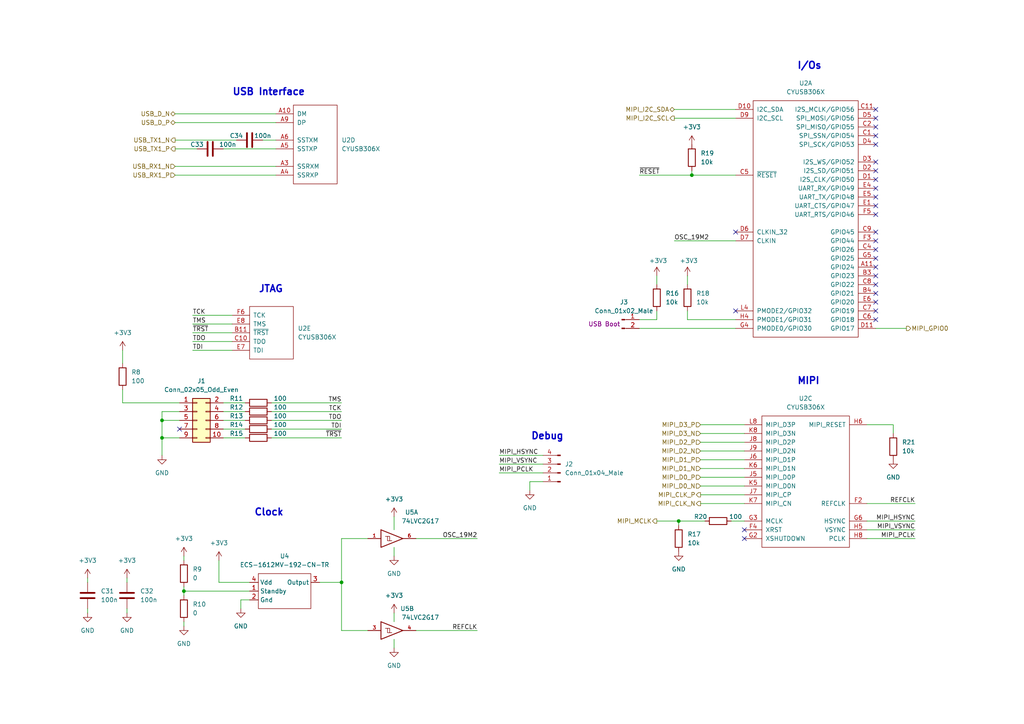
<source format=kicad_sch>
(kicad_sch (version 20211123) (generator eeschema)
  (paper "A4")
  (lib_symbols
    (symbol "74xGxx:74LVC2G17" (pin_names (offset 1.016))
      (property "Reference" "U" (at -2.54 3.81 0))
      (property "Value" "74LVC2G17" (at 0 -3.81 0))
      (symbol "74LVC2G17_0_1"
        (polyline (pts (xy -1.905 0.635) (xy -1.27 0.635) (xy -1.27 -0.635)))
        (polyline (pts (xy -3.81 2.54) (xy -3.81 -2.54) (xy 2.54 0) (xy -3.81 2.54)) (stroke (width 0.254)))
        (polyline (pts (xy -2.54 0.635) (xy -1.905 0.635) (xy -1.905 -0.635) (xy -0.635 -0.635)))
        (pin power_in line (at 0 -2.54 270) (length 0) hide (name "GND") (number "2"))
        (pin power_in line (at 0 2.54 90) (length 0) hide (name "VCC") (number "5"))
      )
      (symbol "74LVC2G17_1_1"
        (pin input line (at -7.62 0 0) (length 3.81) (name "~") (number "1"))
        (pin output line (at 6.35 0 180) (length 3.81) (name "~") (number "6"))
      )
      (symbol "74LVC2G17_2_1"
        (pin input line (at -7.62 0 0) (length 3.81) (name "~") (number "3"))
        (pin output line (at 6.35 0 180) (length 3.81) (name "~") (number "4"))
      )
    )
    (symbol "Connector:Conn_01x02_Male" (pin_names (offset 1.016) hide)
      (property "Reference" "J" (at 0 2.54 0))
      (property "Value" "Conn_01x02_Male" (at 0 -5.08 0))
      (symbol "Conn_01x02_Male_1_1"
        (polyline (pts (xy 1.27 -2.54) (xy 0.8636 -2.54)) (stroke (width 0.1524)))
        (polyline (pts (xy 1.27 0) (xy 0.8636 0)) (stroke (width 0.1524)))
        (rectangle (start 0.8636 -2.413) (end 0 -2.667) (stroke (width 0.1524)) (fill (type outline)))
        (rectangle (start 0.8636 0.127) (end 0 -0.127) (stroke (width 0.1524)) (fill (type outline)))
        (pin passive line (at 5.08 0 180) (length 3.81) (name "Pin_1") (number "1"))
        (pin passive line (at 5.08 -2.54 180) (length 3.81) (name "Pin_2") (number "2"))
      )
    )
    (symbol "Connector:Conn_01x04_Male" (pin_names (offset 1.016) hide)
      (property "Reference" "J" (at 0 5.08 0))
      (property "Value" "Conn_01x04_Male" (at 0 -7.62 0))
      (symbol "Conn_01x04_Male_1_1"
        (polyline (pts (xy 1.27 -5.08) (xy 0.8636 -5.08)) (stroke (width 0.1524)))
        (polyline (pts (xy 1.27 -2.54) (xy 0.8636 -2.54)) (stroke (width 0.1524)))
        (polyline (pts (xy 1.27 0) (xy 0.8636 0)) (stroke (width 0.1524)))
        (polyline (pts (xy 1.27 2.54) (xy 0.8636 2.54)) (stroke (width 0.1524)))
        (rectangle (start 0.8636 -4.953) (end 0 -5.207) (stroke (width 0.1524)) (fill (type outline)))
        (rectangle (start 0.8636 -2.413) (end 0 -2.667) (stroke (width 0.1524)) (fill (type outline)))
        (rectangle (start 0.8636 0.127) (end 0 -0.127) (stroke (width 0.1524)) (fill (type outline)))
        (rectangle (start 0.8636 2.667) (end 0 2.413) (stroke (width 0.1524)) (fill (type outline)))
        (pin passive line (at 5.08 2.54 180) (length 3.81) (name "Pin_1") (number "1"))
        (pin passive line (at 5.08 0 180) (length 3.81) (name "Pin_2") (number "2"))
        (pin passive line (at 5.08 -2.54 180) (length 3.81) (name "Pin_3") (number "3"))
        (pin passive line (at 5.08 -5.08 180) (length 3.81) (name "Pin_4") (number "4"))
      )
    )
    (symbol "Connector_Generic:Conn_02x05_Odd_Even" (pin_names (offset 1.016) hide)
      (property "Reference" "J" (at 1.27 7.62 0))
      (property "Value" "Conn_02x05_Odd_Even" (at 1.27 -7.62 0))
      (symbol "Conn_02x05_Odd_Even_1_1"
        (rectangle (start -1.27 -4.953) (end 0 -5.207) (stroke (width 0.1524)))
        (rectangle (start -1.27 -2.413) (end 0 -2.667) (stroke (width 0.1524)))
        (rectangle (start -1.27 0.127) (end 0 -0.127) (stroke (width 0.1524)))
        (rectangle (start -1.27 2.667) (end 0 2.413) (stroke (width 0.1524)))
        (rectangle (start -1.27 5.207) (end 0 4.953) (stroke (width 0.1524)))
        (rectangle (start -1.27 6.35) (end 3.81 -6.35) (stroke (width 0.254)) (fill (type background)))
        (rectangle (start 3.81 -4.953) (end 2.54 -5.207) (stroke (width 0.1524)))
        (rectangle (start 3.81 -2.413) (end 2.54 -2.667) (stroke (width 0.1524)))
        (rectangle (start 3.81 0.127) (end 2.54 -0.127) (stroke (width 0.1524)))
        (rectangle (start 3.81 2.667) (end 2.54 2.413) (stroke (width 0.1524)))
        (rectangle (start 3.81 5.207) (end 2.54 4.953) (stroke (width 0.1524)))
        (pin passive line (at -5.08 5.08 0) (length 3.81) (name "Pin_1") (number "1"))
        (pin passive line (at 7.62 -5.08 180) (length 3.81) (name "Pin_10") (number "10"))
        (pin passive line (at 7.62 5.08 180) (length 3.81) (name "Pin_2") (number "2"))
        (pin passive line (at -5.08 2.54 0) (length 3.81) (name "Pin_3") (number "3"))
        (pin passive line (at 7.62 2.54 180) (length 3.81) (name "Pin_4") (number "4"))
        (pin passive line (at -5.08 0 0) (length 3.81) (name "Pin_5") (number "5"))
        (pin passive line (at 7.62 0 180) (length 3.81) (name "Pin_6") (number "6"))
        (pin passive line (at -5.08 -2.54 0) (length 3.81) (name "Pin_7") (number "7"))
        (pin passive line (at 7.62 -2.54 180) (length 3.81) (name "Pin_8") (number "8"))
        (pin passive line (at -5.08 -5.08 0) (length 3.81) (name "Pin_9") (number "9"))
      )
    )
    (symbol "Device:C" (pin_numbers hide) (pin_names (offset 0.254))
      (property "Reference" "C" (at 0.635 2.54 0))
      (property "Value" "C" (at 0.635 -2.54 0))
      (symbol "C_0_1"
        (polyline (pts (xy -2.032 -0.762) (xy 2.032 -0.762)) (stroke (width 0.508)))
        (polyline (pts (xy -2.032 0.762) (xy 2.032 0.762)) (stroke (width 0.508)))
      )
      (symbol "C_1_1"
        (pin passive line (at 0 3.81 270) (length 2.794) (name "~") (number "1"))
        (pin passive line (at 0 -3.81 90) (length 2.794) (name "~") (number "2"))
      )
    )
    (symbol "Device:R" (pin_numbers hide) (pin_names (offset 0))
      (property "Reference" "R" (at 2.032 0 90))
      (property "Value" "R" (at 0 0 90))
      (symbol "R_0_1"
        (rectangle (start -1.016 -2.54) (end 1.016 2.54) (stroke (width 0.254)))
      )
      (symbol "R_1_1"
        (pin passive line (at 0 3.81 270) (length 1.27) (name "~") (number "1"))
        (pin passive line (at 0 -3.81 90) (length 1.27) (name "~") (number "2"))
      )
    )
    (symbol "cyusb306x:CYUSB306X" (pin_names (offset 1.016))
      (property "Reference" "U" (at 0 63.5 0))
      (property "Value" "CYUSB306X" (at 1.27 -57.15 0))
      (symbol "CYUSB306X_1_1"
        (rectangle (start -15.24 34.29) (end 15.24 -34.29))
        (pin bidirectional line (at 20.32 -13.97 180) (length 5.08) (name "GPIO24") (number "A11"))
        (pin bidirectional line (at 20.32 -16.51 180) (length 5.08) (name "GPIO23") (number "B3"))
        (pin bidirectional line (at 20.32 -21.59 180) (length 5.08) (name "GPIO21") (number "B4"))
        (pin bidirectional line (at 20.32 24.13 180) (length 5.08) (name "SPI_SSN/GPIO54") (number "C1"))
        (pin bidirectional line (at 20.32 31.75 180) (length 5.08) (name "I2S_MCLK/GPIO56") (number "C11"))
        (pin bidirectional line (at 20.32 26.67 180) (length 5.08) (name "SPI_MISO/GPIO55") (number "C2"))
        (pin bidirectional line (at 20.32 -8.89 180) (length 5.08) (name "GPIO26") (number "C4"))
        (pin input line (at -20.32 12.7 0) (length 5.08) (name "~{RESET}") (number "C5"))
        (pin bidirectional line (at 20.32 -29.21 180) (length 5.08) (name "GPIO18") (number "C6"))
        (pin bidirectional line (at 20.32 -26.67 180) (length 5.08) (name "GPIO19") (number "C7"))
        (pin bidirectional line (at 20.32 -19.05 180) (length 5.08) (name "GPIO22") (number "C8"))
        (pin bidirectional line (at 20.32 -3.81 180) (length 5.08) (name "GPIO45") (number "C9"))
        (pin bidirectional line (at 20.32 11.43 180) (length 5.08) (name "I2S_CLK/GPIO50") (number "D1"))
        (pin bidirectional line (at -20.32 31.75 0) (length 5.08) (name "I2C_SDA") (number "D10"))
        (pin bidirectional line (at 20.32 -31.75 180) (length 5.08) (name "GPIO17") (number "D11"))
        (pin bidirectional line (at 20.32 13.97 180) (length 5.08) (name "I2S_SD/GPIO51") (number "D2"))
        (pin bidirectional line (at 20.32 16.51 180) (length 5.08) (name "I2S_WS/GPIO52") (number "D3"))
        (pin bidirectional line (at 20.32 21.59 180) (length 5.08) (name "SPI_SCK/GPIO53") (number "D4"))
        (pin bidirectional line (at 20.32 29.21 180) (length 5.08) (name "SPI_MOSI/GPIO56") (number "D5"))
        (pin input line (at -20.32 -3.81 0) (length 5.08) (name "CLKIN_32") (number "D6"))
        (pin input line (at -20.32 -6.35 0) (length 5.08) (name "CLKIN") (number "D7"))
        (pin bidirectional line (at -20.32 29.21 0) (length 5.08) (name "I2C_SCL") (number "D9"))
        (pin bidirectional line (at 20.32 3.81 180) (length 5.08) (name "UART_CTS/GPIO47") (number "E1"))
        (pin bidirectional line (at 20.32 8.89 180) (length 5.08) (name "UART_RX/GPIO49") (number "E4"))
        (pin bidirectional line (at 20.32 6.35 180) (length 5.08) (name "UART_TX/GPIO48") (number "E5"))
        (pin bidirectional line (at 20.32 -24.13 180) (length 5.08) (name "GPIO20") (number "E6"))
        (pin bidirectional line (at 20.32 -6.35 180) (length 5.08) (name "GPIO44") (number "F3"))
        (pin bidirectional line (at 20.32 1.27 180) (length 5.08) (name "UART_RTS/GPIO46") (number "F5"))
        (pin bidirectional line (at -20.32 -31.75 0) (length 5.08) (name "PMODE0/GPIO30") (number "G4"))
        (pin bidirectional line (at 20.32 -11.43 180) (length 5.08) (name "GPIO25") (number "G5"))
        (pin bidirectional line (at -20.32 -29.21 0) (length 5.08) (name "PMODE1/GPIO31") (number "H4"))
        (pin bidirectional line (at -20.32 -26.67 0) (length 5.08) (name "PMODE2/GPIO32") (number "L4"))
      )
      (symbol "CYUSB306X_2_1"
        (rectangle (start -12.7 30.48) (end 12.7 -27.94))
        (pin power_in line (at -17.78 22.86 0) (length 5.08) (name "U3VSSQ") (number "A1"))
        (pin power_in line (at 17.78 25.4 180) (length 5.08) (name "U3RXVDDQ") (number "A2"))
        (pin power_in line (at 17.78 -25.4 180) (length 5.08) (name "AVDD") (number "A7"))
        (pin power_in line (at -17.78 7.62 0) (length 5.08) (name "VSS") (number "A8"))
        (pin power_in line (at 17.78 10.16 180) (length 5.08) (name "VDDIO3") (number "B1"))
        (pin power_in line (at 17.78 -5.08 180) (length 5.08) (name "VDD") (number "B10"))
        (pin power_in line (at -17.78 -5.08 0) (length 5.08) (name "VSS") (number "B2"))
        (pin power_in line (at 17.78 27.94 180) (length 5.08) (name "U3TXVDDQ") (number "B5"))
        (pin power_in line (at 17.78 5.08 180) (length 5.08) (name "CVDDQ") (number "B6"))
        (pin power_in line (at -17.78 -25.4 0) (length 5.08) (name "AVSS") (number "B7"))
        (pin power_in line (at -17.78 0 0) (length 5.08) (name "VSS") (number "B8"))
        (pin power_in line (at -17.78 -10.16 0) (length 5.08) (name "VSS") (number "B9"))
        (pin power_in line (at 17.78 -10.16 180) (length 5.08) (name "VDD") (number "C3"))
        (pin power_in line (at -17.78 17.78 0) (length 5.08) (name "VSS") (number "D8"))
        (pin power_in line (at -17.78 27.94 0) (length 5.08) (name "VUSB") (number "E10"))
        (pin power_in line (at -17.78 12.7 0) (length 5.08) (name "VSS") (number "E11"))
        (pin power_in line (at -17.78 15.24 0) (length 5.08) (name "VSS") (number "E2"))
        (pin power_in line (at 17.78 12.7 180) (length 5.08) (name "VDDIO2") (number "E3"))
        (pin power_in line (at 17.78 -12.7 180) (length 5.08) (name "VDD") (number "E9"))
        (pin power_in line (at 17.78 -15.24 180) (length 5.08) (name "VDD") (number "F11"))
        (pin power_in line (at -17.78 10.16 0) (length 5.08) (name "VSS") (number "G1"))
        (pin power_in line (at -17.78 5.08 0) (length 5.08) (name "VSS") (number "G11"))
        (pin power_in line (at 17.78 -17.78 180) (length 5.08) (name "VDD") (number "H1"))
        (pin power_in line (at 17.78 17.78 180) (length 5.08) (name "VDDIO1") (number "H11"))
        (pin power_in line (at 17.78 -7.62 180) (length 5.08) (name "VDD") (number "J11"))
        (pin power_in line (at -17.78 -17.78 0) (length 5.08) (name "VSS") (number "K3"))
        (pin power_in line (at -17.78 -12.7 0) (length 5.08) (name "VSS") (number "K4"))
        (pin power_in line (at -17.78 2.54 0) (length 5.08) (name "VSS") (number "L1"))
        (pin power_in line (at -17.78 -7.62 0) (length 5.08) (name "VSS") (number "L11"))
        (pin power_in line (at -17.78 -20.32 0) (length 5.08) (name "VSS") (number "L2"))
        (pin power_in line (at -17.78 -15.24 0) (length 5.08) (name "VSS") (number "L3"))
        (pin power_in line (at 17.78 0 180) (length 5.08) (name "VDD_MIPI") (number "L5"))
        (pin power_in line (at -17.78 -2.54 0) (length 5.08) (name "VSS") (number "L6"))
        (pin power_in line (at 17.78 -20.32 180) (length 5.08) (name "VDD") (number "L7"))
        (pin power_in line (at 17.78 15.24 180) (length 5.08) (name "VDDIO1") (number "L9"))
      )
      (symbol "CYUSB306X_3_1"
        (rectangle (start -12.7 19.05) (end 12.7 -19.05))
        (pin input line (at 17.78 -6.35 180) (length 5.08) (name "REFCLK") (number "F2"))
        (pin output line (at -17.78 -13.97 0) (length 5.08) (name "XRST") (number "F4"))
        (pin output line (at -17.78 -16.51 0) (length 5.08) (name "XSHUTDOWN") (number "G2"))
        (pin output line (at -17.78 -11.43 0) (length 5.08) (name "MCLK") (number "G3"))
        (pin bidirectional line (at 17.78 -11.43 180) (length 5.08) (name "HSYNC") (number "G6"))
        (pin bidirectional line (at 17.78 -13.97 180) (length 5.08) (name "VSYNC") (number "H5"))
        (pin bidirectional line (at 17.78 16.51 180) (length 5.08) (name "MIPI_RESET") (number "H6"))
        (pin bidirectional line (at 17.78 -16.51 180) (length 5.08) (name "PCLK") (number "H8"))
        (pin input line (at -17.78 1.27 0) (length 5.08) (name "MIPI_D0P") (number "J5"))
        (pin input line (at -17.78 6.35 0) (length 5.08) (name "MIPI_D1P") (number "J6"))
        (pin input line (at -17.78 -3.81 0) (length 5.08) (name "MIPI_CP") (number "J7"))
        (pin input line (at -17.78 11.43 0) (length 5.08) (name "MIPI_D2P") (number "J8"))
        (pin input line (at -17.78 8.89 0) (length 5.08) (name "MIPI_D2N") (number "J9"))
        (pin input line (at -17.78 -1.27 0) (length 5.08) (name "MIPI_D0N") (number "K5"))
        (pin input line (at -17.78 3.81 0) (length 5.08) (name "MIPI_D1N") (number "K6"))
        (pin input line (at -17.78 -6.35 0) (length 5.08) (name "MIPI_CN") (number "K7"))
        (pin input line (at -17.78 13.97 0) (length 5.08) (name "MIPI_D3N") (number "K8"))
        (pin input line (at -17.78 16.51 0) (length 5.08) (name "MIPI_D3P") (number "L8"))
      )
      (symbol "CYUSB306X_4_1"
        (rectangle (start -6.35 11.43) (end 6.35 -11.43))
        (pin bidirectional line (at -11.43 8.89 0) (length 5.08) (name "DM") (number "A10"))
        (pin input line (at -11.43 -6.35 0) (length 5.08) (name "SSRXM") (number "A3"))
        (pin input line (at -11.43 -8.89 0) (length 5.08) (name "SSRXP") (number "A4"))
        (pin output line (at -11.43 -1.27 0) (length 5.08) (name "SSTXP") (number "A5"))
        (pin output line (at -11.43 1.27 0) (length 5.08) (name "SSTXM") (number "A6"))
        (pin bidirectional line (at -11.43 6.35 0) (length 5.08) (name "DP") (number "A9"))
      )
      (symbol "CYUSB306X_5_1"
        (rectangle (start -6.35 7.62) (end 6.35 -7.62))
        (pin input line (at -11.43 0 0) (length 5.08) (name "~{TRST}") (number "B11"))
        (pin output line (at -11.43 -2.54 0) (length 5.08) (name "TDO") (number "C10"))
        (pin input line (at -11.43 -5.08 0) (length 5.08) (name "TDI") (number "E7"))
        (pin input line (at -11.43 2.54 0) (length 5.08) (name "TMS") (number "E8"))
        (pin input line (at -11.43 5.08 0) (length 5.08) (name "TCK") (number "F6"))
      )
    )
    (symbol "power:+3V3" (power) (pin_names (offset 0))
      (property "Value" "+3V3" (at 0 3.556 0))
      (symbol "+3V3_0_1"
        (polyline (pts (xy -0.762 1.27) (xy 0 2.54)))
        (polyline (pts (xy 0 0) (xy 0 2.54)))
        (polyline (pts (xy 0 2.54) (xy 0.762 1.27)))
      )
      (symbol "+3V3_1_1"
        (pin power_in line (at 0 0 90) (length 0) hide (name "+3V3") (number "1"))
      )
    )
    (symbol "power:GND" (power) (pin_names (offset 0))
      (property "Value" "GND" (at 0 -3.81 0))
      (symbol "GND_0_1"
        (polyline (pts (xy 0 0) (xy 0 -1.27) (xy 1.27 -1.27) (xy 0 -2.54) (xy -1.27 -1.27) (xy 0 -1.27)))
      )
      (symbol "GND_1_1"
        (pin power_in line (at 0 0 270) (length 0) hide (name "GND") (number "1"))
      )
    )
    (symbol "samaritan:ECS-1612MV-192-CN-TR"
      (property "Reference" "U" (at 0 7.62 0))
      (property "Value" "ECS-1612MV-192-CN-TR" (at 0 5.08 0))
      (symbol "ECS-1612MV-192-CN-TR_0_1"
        (rectangle (start -7.62 2.54) (end 7.62 -7.62))
      )
      (symbol "ECS-1612MV-192-CN-TR_1_1"
        (pin input line (at -10.16 -2.54 0) (length 2.54) (name "Standby") (number "1"))
        (pin power_in line (at -10.16 -5.08 0) (length 2.54) (name "Gnd") (number "2"))
        (pin output line (at 10.16 0 180) (length 2.54) (name "Output") (number "3"))
        (pin power_in line (at -10.16 0 0) (length 2.54) (name "Vdd") (number "4"))
      )
    )
  )
  (junction (at 46.99 121.92))
  (junction (at 99.06 168.91))
  (junction (at 200.66 50.8))
  (junction (at 196.85 151.13))
  (junction (at 46.99 127))
  (junction (at 53.34 171.45))
  (no_connect (at 254 39.37))
  (no_connect (at 254 46.99))
  (no_connect (at 254 85.09))
  (no_connect (at 254 57.15))
  (no_connect (at 215.9 153.67))
  (no_connect (at 215.9 156.21))
  (no_connect (at 254 69.85))
  (no_connect (at 254 59.69))
  (no_connect (at 254 54.61))
  (no_connect (at 254 92.71))
  (no_connect (at 254 87.63))
  (no_connect (at 254 67.31))
  (no_connect (at 254 52.07))
  (no_connect (at 52.07 124.46))
  (no_connect (at 254 77.47))
  (no_connect (at 254 36.83))
  (no_connect (at 254 31.75))
  (no_connect (at 213.36 67.31))
  (no_connect (at 254 80.01))
  (no_connect (at 254 34.29))
  (no_connect (at 254 62.23))
  (no_connect (at 254 74.93))
  (no_connect (at 254 90.17))
  (no_connect (at 213.36 90.17))
  (no_connect (at 254 49.53))
  (no_connect (at 254 72.39))
  (no_connect (at 254 41.91))
  (no_connect (at 254 82.55))
  (wire (pts (xy 195.58 31.75) (xy 213.36 31.75)))
  (wire (pts (xy 55.88 93.98) (xy 67.31 93.98)))
  (wire (pts (xy 99.06 156.21) (xy 99.06 168.91)))
  (wire (pts (xy 212.09 151.13) (xy 215.9 151.13)))
  (wire (pts (xy 259.08 123.19) (xy 259.08 125.73)))
  (wire (pts (xy 92.71 168.91) (xy 99.06 168.91)))
  (wire (pts (xy 46.99 121.92) (xy 52.07 121.92)))
  (wire (pts (xy 50.8 40.64) (xy 68.58 40.64)))
  (wire (pts (xy 144.78 137.16) (xy 157.48 137.16)))
  (wire (pts (xy 50.8 48.26) (xy 80.01 48.26)))
  (wire (pts (xy 50.8 35.56) (xy 80.01 35.56)))
  (wire (pts (xy 106.68 156.21) (xy 99.06 156.21)))
  (wire (pts (xy 53.34 161.29) (xy 53.34 162.56)))
  (wire (pts (xy 196.85 151.13) (xy 196.85 152.4)))
  (wire (pts (xy 203.2 143.51) (xy 215.9 143.51)))
  (wire (pts (xy 190.5 90.17) (xy 190.5 92.71)))
  (wire (pts (xy 64.77 43.18) (xy 80.01 43.18)))
  (wire (pts (xy 203.2 140.97) (xy 215.9 140.97)))
  (wire (pts (xy 25.4 177.8) (xy 25.4 176.53)))
  (wire (pts (xy 251.46 146.05) (xy 265.43 146.05)))
  (wire (pts (xy 53.34 171.45) (xy 53.34 172.72)))
  (wire (pts (xy 78.74 119.38) (xy 99.06 119.38)))
  (wire (pts (xy 55.88 96.52) (xy 67.31 96.52)))
  (wire (pts (xy 53.34 181.61) (xy 53.34 180.34)))
  (wire (pts (xy 213.36 92.71) (xy 199.39 92.71)))
  (wire (pts (xy 46.99 127) (xy 52.07 127)))
  (wire (pts (xy 35.56 113.03) (xy 35.56 116.84)))
  (wire (pts (xy 251.46 151.13) (xy 265.43 151.13)))
  (wire (pts (xy 55.88 101.6) (xy 67.31 101.6)))
  (wire (pts (xy 203.2 123.19) (xy 215.9 123.19)))
  (wire (pts (xy 199.39 90.17) (xy 199.39 92.71)))
  (wire (pts (xy 64.77 116.84) (xy 71.12 116.84)))
  (wire (pts (xy 78.74 121.92) (xy 99.06 121.92)))
  (wire (pts (xy 199.39 80.01) (xy 199.39 82.55)))
  (wire (pts (xy 251.46 156.21) (xy 265.43 156.21)))
  (wire (pts (xy 114.3 177.8) (xy 114.3 180.34)))
  (wire (pts (xy 64.77 119.38) (xy 71.12 119.38)))
  (wire (pts (xy 203.2 146.05) (xy 215.9 146.05)))
  (wire (pts (xy 203.2 138.43) (xy 215.9 138.43)))
  (wire (pts (xy 120.65 182.88) (xy 138.43 182.88)))
  (wire (pts (xy 190.5 92.71) (xy 185.42 92.71)))
  (wire (pts (xy 64.77 124.46) (xy 71.12 124.46)))
  (wire (pts (xy 144.78 134.62) (xy 157.48 134.62)))
  (wire (pts (xy 185.42 95.25) (xy 213.36 95.25)))
  (wire (pts (xy 36.83 177.8) (xy 36.83 176.53)))
  (wire (pts (xy 153.67 139.7) (xy 153.67 142.24)))
  (wire (pts (xy 55.88 99.06) (xy 67.31 99.06)))
  (wire (pts (xy 78.74 116.84) (xy 99.06 116.84)))
  (wire (pts (xy 120.65 156.21) (xy 138.43 156.21)))
  (wire (pts (xy 50.8 50.8) (xy 80.01 50.8)))
  (wire (pts (xy 254 95.25) (xy 262.89 95.25)))
  (wire (pts (xy 25.4 167.64) (xy 25.4 168.91)))
  (wire (pts (xy 195.58 69.85) (xy 213.36 69.85)))
  (wire (pts (xy 53.34 170.18) (xy 53.34 171.45)))
  (wire (pts (xy 144.78 132.08) (xy 157.48 132.08)))
  (wire (pts (xy 251.46 153.67) (xy 265.43 153.67)))
  (wire (pts (xy 200.66 49.53) (xy 200.66 50.8)))
  (wire (pts (xy 78.74 127) (xy 99.06 127)))
  (wire (pts (xy 190.5 80.01) (xy 190.5 82.55)))
  (wire (pts (xy 50.8 43.18) (xy 57.15 43.18)))
  (wire (pts (xy 203.2 130.81) (xy 215.9 130.81)))
  (wire (pts (xy 50.8 33.02) (xy 80.01 33.02)))
  (wire (pts (xy 99.06 182.88) (xy 99.06 168.91)))
  (wire (pts (xy 203.2 135.89) (xy 215.9 135.89)))
  (wire (pts (xy 196.85 151.13) (xy 204.47 151.13)))
  (wire (pts (xy 78.74 124.46) (xy 99.06 124.46)))
  (wire (pts (xy 203.2 128.27) (xy 215.9 128.27)))
  (wire (pts (xy 251.46 123.19) (xy 259.08 123.19)))
  (wire (pts (xy 185.42 50.8) (xy 200.66 50.8)))
  (wire (pts (xy 63.5 162.56) (xy 63.5 168.91)))
  (wire (pts (xy 69.85 173.99) (xy 69.85 176.53)))
  (wire (pts (xy 46.99 127) (xy 46.99 132.08)))
  (wire (pts (xy 64.77 127) (xy 71.12 127)))
  (wire (pts (xy 52.07 119.38) (xy 46.99 119.38)))
  (wire (pts (xy 195.58 34.29) (xy 213.36 34.29)))
  (wire (pts (xy 46.99 119.38) (xy 46.99 121.92)))
  (wire (pts (xy 53.34 171.45) (xy 72.39 171.45)))
  (wire (pts (xy 200.66 50.8) (xy 213.36 50.8)))
  (wire (pts (xy 203.2 133.35) (xy 215.9 133.35)))
  (wire (pts (xy 114.3 158.75) (xy 114.3 161.29)))
  (wire (pts (xy 106.68 182.88) (xy 99.06 182.88)))
  (wire (pts (xy 52.07 116.84) (xy 35.56 116.84)))
  (wire (pts (xy 35.56 101.6) (xy 35.56 105.41)))
  (wire (pts (xy 55.88 91.44) (xy 67.31 91.44)))
  (wire (pts (xy 46.99 121.92) (xy 46.99 127)))
  (wire (pts (xy 203.2 125.73) (xy 215.9 125.73)))
  (wire (pts (xy 64.77 121.92) (xy 71.12 121.92)))
  (wire (pts (xy 72.39 173.99) (xy 69.85 173.99)))
  (wire (pts (xy 190.5 151.13) (xy 196.85 151.13)))
  (wire (pts (xy 36.83 167.64) (xy 36.83 168.91)))
  (wire (pts (xy 76.2 40.64) (xy 80.01 40.64)))
  (wire (pts (xy 72.39 168.91) (xy 63.5 168.91)))
  (wire (pts (xy 114.3 185.42) (xy 114.3 187.96)))
  (wire (pts (xy 114.3 149.86) (xy 114.3 153.67)))
  (wire (pts (xy 157.48 139.7) (xy 153.67 139.7)))
  (text "Debug" (at 153.924 127.762 0) (effects (font (size 2 2) (thickness 0.4) bold) (justify left bottom)))
  (text "I/Os" (at 231.14 20.32 0) (effects (font (size 2 2) bold) (justify left bottom)))
  (text "JTAG" (at 74.93 85.09 0) (effects (font (size 2 2) (thickness 0.4) bold) (justify left bottom)))
  (text "Clock" (at 73.66 149.86 0) (effects (font (size 2 2) (thickness 0.4) bold) (justify left bottom)))
  (text "MIPI" (at 231.14 111.76 0) (effects (font (size 2 2) bold) (justify left bottom)))
  (text "USB Interface" (at 67.31 27.94 0) (effects (font (size 2 2) (thickness 0.4) bold) (justify left bottom)))
  (label "~{TRST}" (at 99.06 127 180))
  (label "~{RESET}" (at 185.42 50.8 0))
  (label "TCK" (at 55.88 91.44 0))
  (label "OSC_19M2" (at 138.43 156.21 180))
  (label "TDO" (at 99.06 121.92 180))
  (label "MIPI_HSYNC" (at 144.78 132.08 0))
  (label "MIPI_HSYNC" (at 265.43 151.13 180))
  (label "TCK" (at 99.06 119.38 180))
  (label "TDI" (at 99.06 124.46 180))
  (label "TDI" (at 55.88 101.6 0))
  (label "TMS" (at 99.06 116.84 180))
  (label "MIPI_PCLK" (at 265.43 156.21 180))
  (label "MIPI_VSYNC" (at 144.78 134.62 0))
  (label "MIPI_VSYNC" (at 265.43 153.67 180))
  (label "MIPI_PCLK" (at 144.78 137.16 0))
  (label "REFCLK" (at 138.43 182.88 180))
  (label "TMS" (at 55.88 93.98 0))
  (label "TDO" (at 55.88 99.06 0))
  (label "~{TRST}" (at 55.88 96.52 0))
  (label "REFCLK" (at 265.43 146.05 180))
  (label "OSC_19M2" (at 195.58 69.85 0))
  (hierarchical_label "USB_RX1_P" (shape input) (at 50.8 50.8 180))
  (hierarchical_label "MIPI_D1_P" (shape input) (at 203.2 133.35 180))
  (hierarchical_label "MIPI_D2_P" (shape input) (at 203.2 128.27 180))
  (hierarchical_label "MIPI_CLK_P" (shape output) (at 203.2 143.51 180))
  (hierarchical_label "MIPI_D0_P" (shape input) (at 203.2 138.43 180))
  (hierarchical_label "MIPI_I2C_SCL" (shape output) (at 195.58 34.29 180))
  (hierarchical_label "USB_TX1_P" (shape output) (at 50.8 43.18 180))
  (hierarchical_label "MIPI_I2C_SDA" (shape bidirectional) (at 195.58 31.75 180))
  (hierarchical_label "MIPI_CLK_N" (shape output) (at 203.2 146.05 180))
  (hierarchical_label "USB_TX1_N" (shape output) (at 50.8 40.64 180))
  (hierarchical_label "MIPI_D3_N" (shape input) (at 203.2 125.73 180))
  (hierarchical_label "MIPI_MCLK" (shape output) (at 190.5 151.13 180))
  (hierarchical_label "USB_D_P" (shape bidirectional) (at 50.8 35.56 180))
  (hierarchical_label "MIPI_D1_N" (shape input) (at 203.2 135.89 180))
  (hierarchical_label "USB_D_N" (shape bidirectional) (at 50.8 33.02 180))
  (hierarchical_label "MIPI_D3_P" (shape input) (at 203.2 123.19 180))
  (hierarchical_label "MIPI_GPIO0" (shape output) (at 262.89 95.25 0))
  (hierarchical_label "USB_RX1_N" (shape input) (at 50.8 48.26 180))
  (hierarchical_label "MIPI_D2_N" (shape input) (at 203.2 130.81 180))
  (hierarchical_label "MIPI_D0_N" (shape input) (at 203.2 140.97 180))
  (symbol (lib_id "samaritan:ECS-1612MV-192-CN-TR") (at 82.55 168.91 0) (unit 1)
    (property "Reference" "U4" (at 82.55 161.29 0))
    (property "Value" "ECS-1612MV-192-CN-TR" (at 82.55 163.83 0))
    (property "Footprint" "samaritan:Crystal_SMD_ECS_1.6x1.2" (effects hide))
  )
  (symbol (lib_id "Connector:Conn_01x04_Male") (at 162.56 137.16 180) (unit 1)
    (property "Reference" "J2" (at 163.83 134.6199 0) (effects (justify right)))
    (property "Value" "Conn_01x04_Male" (at 163.83 137.1599 0) (effects (justify right)))
    (property "Footprint" "Connector_PinHeader_2.00mm:PinHeader_1x04_P2.00mm_Vertical" (effects hide))
  )
  (symbol (lib_id "power:GND") (at 259.08 133.35 0) (unit 1)
    (property "Reference" "#PWR078" (effects hide))
    (property "Value" "GND" (at 259.08 138.43 0))
  )
  (symbol (lib_id "power:+3V3") (at 36.83 167.64 0) (unit 1)
    (property "Reference" "#PWR066" (effects hide))
    (property "Value" "+3V3" (at 36.83 162.56 0))
  )
  (symbol (lib_id "Device:R") (at 259.08 129.54 0) (unit 1)
    (property "Reference" "R21" (at 261.62 128.2699 0) (effects (justify left)))
    (property "Value" "10k" (at 261.62 130.8099 0) (effects (justify left)))
    (property "Footprint" "Resistor_SMD:R_0603_1608Metric" (effects hide))
  )
  (symbol (lib_id "Connector:Conn_01x02_Male") (at 180.34 92.71 0) (unit 1)
    (property "Reference" "J3" (at 180.975 87.63 0))
    (property "Value" "Conn_01x02_Male" (at 180.975 90.17 0))
    (property "Footprint" "Connector_PinSocket_2.00mm:PinSocket_1x02_P2.00mm_Vertical" (effects hide))
    (property "Comment" "USB Boot" (at 175.26 93.98 0))
  )
  (symbol (lib_id "Device:C") (at 36.83 172.72 0) (unit 1)
    (property "Reference" "C32" (at 40.64 171.4499 0) (effects (justify left)))
    (property "Value" "100n" (at 40.64 173.9899 0) (effects (justify left)))
    (property "Footprint" "Capacitor_SMD:C_0603_1608Metric" (effects hide))
  )
  (symbol (lib_id "Device:R") (at 190.5 86.36 0) (unit 1)
    (property "Reference" "R16" (at 193.04 85.0899 0) (effects (justify left)))
    (property "Value" "10k" (at 193.04 87.6299 0) (effects (justify left)))
    (property "Footprint" "Resistor_SMD:R_0603_1608Metric" (effects hide))
  )
  (symbol (lib_id "power:+3V3") (at 190.5 80.01 0) (unit 1)
    (property "Reference" "#PWR0121" (effects hide))
    (property "Value" "+3V3" (at 190.881 75.6158 0))
  )
  (symbol (lib_id "Device:R") (at 200.66 45.72 0) (unit 1)
    (property "Reference" "R19" (at 203.2 44.4499 0) (effects (justify left)))
    (property "Value" "10k" (at 203.2 46.9899 0) (effects (justify left)))
    (property "Footprint" "Resistor_SMD:R_0603_1608Metric" (effects hide))
  )
  (symbol (lib_id "power:GND") (at 196.85 160.02 0) (unit 1)
    (property "Reference" "#PWR075" (effects hide))
    (property "Value" "GND" (at 196.85 165.1 0))
  )
  (symbol (lib_id "power:GND") (at 25.4 177.8 0) (unit 1)
    (property "Reference" "#PWR064" (effects hide))
    (property "Value" "GND" (at 25.4 182.88 0))
  )
  (symbol (lib_id "power:GND") (at 53.34 181.61 0) (unit 1)
    (property "Reference" "#PWR070" (effects hide))
    (property "Value" "GND" (at 53.34 186.69 0))
  )
  (symbol (lib_id "Device:C") (at 60.96 43.18 90) (unit 1)
    (property "Reference" "C33" (at 57.15 41.91 90))
    (property "Value" "100n" (at 66.04 41.91 90))
    (property "Footprint" "Capacitor_SMD:C_0603_1608Metric" (effects hide))
  )
  (symbol (lib_id "power:GND") (at 114.3 161.29 0) (unit 1)
    (property "Reference" "#PWR0117" (effects hide))
    (property "Value" "GND" (at 114.3 166.37 0))
  )
  (symbol (lib_id "Device:C") (at 72.39 40.64 90) (unit 1)
    (property "Reference" "C34" (at 68.58 39.37 90))
    (property "Value" "100n" (at 76.2 39.37 90))
    (property "Footprint" "Capacitor_SMD:C_0603_1608Metric" (effects hide))
  )
  (symbol (lib_id "Device:R") (at 53.34 176.53 0) (unit 1)
    (property "Reference" "R10" (at 55.88 175.2599 0) (effects (justify left)))
    (property "Value" "0" (at 55.88 177.7999 0) (effects (justify left)))
    (property "Footprint" "Resistor_SMD:R_0603_1608Metric" (effects hide))
  )
  (symbol (lib_id "Device:R") (at 208.28 151.13 90) (unit 1)
    (property "Reference" "R20" (at 203.2 149.86 90))
    (property "Value" "100" (at 213.36 149.86 90))
    (property "Footprint" "Resistor_SMD:R_0603_1608Metric" (effects hide))
  )
  (symbol (lib_id "74xGxx:74LVC2G17") (at 114.3 182.88 0) (unit 2)
    (property "Reference" "U5" (at 118.11 176.53 0))
    (property "Value" "74LVC2G17" (at 121.92 179.07 0))
    (property "Footprint" "Package_TO_SOT_SMD:SOT-363_SC-70-6" (effects hide))
    (property "Datasheet" "http://www.ti.com/lit/sg/scyt129e/scyt129e.pdf" (effects hide))
  )
  (symbol (lib_id "power:+3V3") (at 114.3 177.8 0) (unit 1)
    (property "Reference" "#PWR0116" (effects hide))
    (property "Value" "+3V3" (at 114.3 172.72 0))
  )
  (symbol (lib_id "Connector_Generic:Conn_02x05_Odd_Even") (at 57.15 121.92 0) (unit 1)
    (property "Reference" "J1" (at 58.42 110.49 0))
    (property "Value" "Conn_02x05_Odd_Even" (at 58.42 113.03 0))
    (property "Footprint" "Connector_PinHeader_2.00mm:PinHeader_2x05_P2.00mm_Vertical" (effects hide))
  )
  (symbol (lib_id "Device:R") (at 53.34 166.37 0) (unit 1)
    (property "Reference" "R9" (at 55.88 165.0999 0) (effects (justify left)))
    (property "Value" "0" (at 55.88 167.6399 0) (effects (justify left)))
    (property "Footprint" "Resistor_SMD:R_0603_1608Metric" (effects hide))
  )
  (symbol (lib_id "Device:C") (at 25.4 172.72 0) (unit 1)
    (property "Reference" "C31" (at 29.21 171.4499 0) (effects (justify left)))
    (property "Value" "100n" (at 29.21 173.9899 0) (effects (justify left)))
    (property "Footprint" "Capacitor_SMD:C_0603_1608Metric" (effects hide))
  )
  (symbol (lib_id "power:+3V3") (at 53.34 161.29 0) (unit 1)
    (property "Reference" "#PWR069" (effects hide))
    (property "Value" "+3V3" (at 53.34 156.21 0))
  )
  (symbol (lib_id "power:+3V3") (at 35.56 101.6 0) (unit 1)
    (property "Reference" "#PWR065" (effects hide))
    (property "Value" "+3V3" (at 35.56 96.52 0))
  )
  (symbol (lib_id "Device:R") (at 196.85 156.21 0) (unit 1)
    (property "Reference" "R17" (at 199.39 154.9399 0) (effects (justify left)))
    (property "Value" "10k" (at 199.39 157.4799 0) (effects (justify left)))
    (property "Footprint" "Resistor_SMD:R_0603_1608Metric" (effects hide))
  )
  (symbol (lib_id "power:GND") (at 114.3 187.96 0) (unit 1)
    (property "Reference" "#PWR0115" (effects hide))
    (property "Value" "GND" (at 114.3 193.04 0))
  )
  (symbol (lib_id "Device:R") (at 74.93 127 90) (unit 1)
    (property "Reference" "R15" (at 68.58 125.73 90))
    (property "Value" "100" (at 81.28 125.73 90))
    (property "Footprint" "Resistor_SMD:R_0603_1608Metric" (effects hide))
  )
  (symbol (lib_id "power:+3V3") (at 114.3 149.86 0) (unit 1)
    (property "Reference" "#PWR0118" (effects hide))
    (property "Value" "+3V3" (at 114.3 144.78 0))
  )
  (symbol (lib_id "Device:R") (at 199.39 86.36 0) (unit 1)
    (property "Reference" "R18" (at 201.93 85.0899 0) (effects (justify left)))
    (property "Value" "10k" (at 201.93 87.6299 0) (effects (justify left)))
    (property "Footprint" "Resistor_SMD:R_0603_1608Metric" (effects hide))
  )
  (symbol (lib_id "power:GND") (at 36.83 177.8 0) (unit 1)
    (property "Reference" "#PWR067" (effects hide))
    (property "Value" "GND" (at 36.83 182.88 0))
  )
  (symbol (lib_id "cyusb306x:CYUSB306X") (at 233.68 139.7 0) (unit 3)
    (property "Reference" "U2" (at 233.68 115.57 0))
    (property "Value" "CYUSB306X" (at 233.68 118.11 0))
    (property "Footprint" "Package_BGA:XBGA-121_10x10mm_Layout11x11_P0.8mm" (effects hide))
  )
  (symbol (lib_id "power:GND") (at 69.85 176.53 0) (unit 1)
    (property "Reference" "#PWR072" (effects hide))
    (property "Value" "GND" (at 69.85 181.61 0))
  )
  (symbol (lib_id "Device:R") (at 74.93 119.38 90) (unit 1)
    (property "Reference" "R12" (at 68.58 118.11 90))
    (property "Value" "100" (at 81.28 118.11 90))
    (property "Footprint" "Resistor_SMD:R_0603_1608Metric" (effects hide))
  )
  (symbol (lib_id "power:GND") (at 153.67 142.24 0) (unit 1)
    (property "Reference" "#PWR073" (effects hide))
    (property "Value" "GND" (at 153.67 147.32 0))
  )
  (symbol (lib_id "power:+3V3") (at 200.66 41.91 0) (unit 1)
    (property "Reference" "#PWR077" (effects hide))
    (property "Value" "+3V3" (at 200.66 36.83 0))
  )
  (symbol (lib_id "cyusb306x:CYUSB306X") (at 233.68 63.5 0) (unit 1)
    (property "Reference" "U2" (at 233.68 24.13 0))
    (property "Value" "CYUSB306X" (at 233.68 26.67 0))
    (property "Footprint" "Package_BGA:XBGA-121_10x10mm_Layout11x11_P0.8mm" (effects hide))
  )
  (symbol (lib_id "power:+3V3") (at 199.39 80.01 0) (unit 1)
    (property "Reference" "#PWR0120" (effects hide))
    (property "Value" "+3V3" (at 199.771 75.6158 0))
  )
  (symbol (lib_id "Device:R") (at 74.93 124.46 90) (unit 1)
    (property "Reference" "R14" (at 68.58 123.19 90))
    (property "Value" "100" (at 81.28 123.19 90))
    (property "Footprint" "Resistor_SMD:R_0603_1608Metric" (effects hide))
  )
  (symbol (lib_id "Device:R") (at 74.93 121.92 90) (unit 1)
    (property "Reference" "R13" (at 68.58 120.65 90))
    (property "Value" "100" (at 81.28 120.65 90))
    (property "Footprint" "Resistor_SMD:R_0603_1608Metric" (effects hide))
  )
  (symbol (lib_id "power:+3V3") (at 25.4 167.64 0) (unit 1)
    (property "Reference" "#PWR063" (effects hide))
    (property "Value" "+3V3" (at 25.4 162.56 0))
  )
  (symbol (lib_id "cyusb306x:CYUSB306X") (at 78.74 96.52 0) (unit 5)
    (property "Reference" "U2" (at 86.36 95.2499 0) (effects (justify left)))
    (property "Value" "CYUSB306X" (at 86.36 97.7899 0) (effects (justify left)))
    (property "Footprint" "Package_BGA:XBGA-121_10x10mm_Layout11x11_P0.8mm" (effects hide))
  )
  (symbol (lib_id "cyusb306x:CYUSB306X") (at 91.44 41.91 0) (unit 4)
    (property "Reference" "U2" (at 99.06 40.6399 0) (effects (justify left)))
    (property "Value" "CYUSB306X" (at 99.06 43.1799 0) (effects (justify left)))
    (property "Footprint" "Package_BGA:XBGA-121_10x10mm_Layout11x11_P0.8mm" (effects hide))
  )
  (symbol (lib_id "power:+3V3") (at 63.5 162.56 0) (unit 1)
    (property "Reference" "#PWR071" (effects hide))
    (property "Value" "+3V3" (at 63.5 157.48 0))
  )
  (symbol (lib_id "74xGxx:74LVC2G17") (at 114.3 156.21 0) (unit 1)
    (property "Reference" "U5" (at 119.38 148.59 0))
    (property "Value" "74LVC2G17" (at 121.92 151.13 0))
    (property "Footprint" "Package_TO_SOT_SMD:SOT-363_SC-70-6" (effects hide))
    (property "Datasheet" "http://www.ti.com/lit/sg/scyt129e/scyt129e.pdf" (effects hide))
  )
  (symbol (lib_id "Device:R") (at 74.93 116.84 90) (unit 1)
    (property "Reference" "R11" (at 68.58 115.57 90))
    (property "Value" "100" (at 81.28 115.57 90))
    (property "Footprint" "Resistor_SMD:R_0603_1608Metric" (effects hide))
  )
  (symbol (lib_id "power:GND") (at 46.99 132.08 0) (unit 1)
    (property "Reference" "#PWR068" (effects hide))
    (property "Value" "GND" (at 46.99 137.16 0))
  )
  (symbol (lib_id "Device:R") (at 35.56 109.22 0) (unit 1)
    (property "Reference" "R8" (at 38.1 107.9499 0) (effects (justify left)))
    (property "Value" "100" (at 38.1 110.4899 0) (effects (justify left)))
    (property "Footprint" "Resistor_SMD:R_0603_1608Metric" (effects hide))
  )
)
</source>
